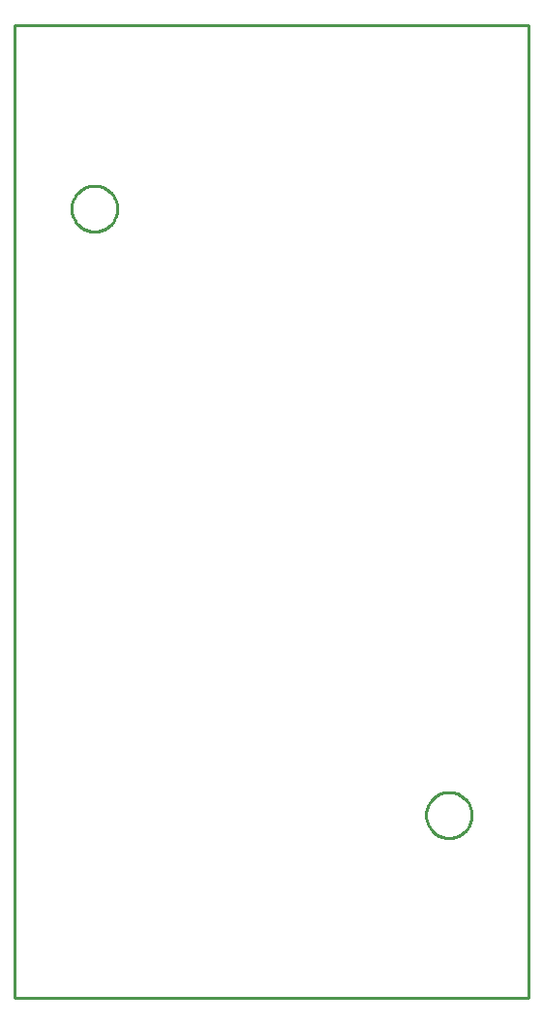
<source format=gko>
%FSDAX24Y24*%
%MOIN*%
%SFA1B1*%

%IPPOS*%
%ADD20C,0.010000*%
%LNde-230724-1*%
%LPD*%
G54D20*
X025748Y016299D02*
D01*
X025746Y016353*
X025740Y016408*
X025730Y016462*
X025717Y016515*
X025700Y016568*
X025679Y016619*
X025655Y016668*
X025628Y016716*
X025597Y016761*
X025563Y016804*
X025527Y016845*
X025487Y016883*
X025445Y016919*
X025401Y016951*
X025354Y016980*
X025305Y017006*
X025255Y017028*
X025204Y017047*
X025151Y017062*
X025097Y017074*
X025043Y017081*
X024988Y017085*
X024933*
X024878Y017081*
X024824Y017074*
X024770Y017062*
X024717Y017047*
X024666Y017028*
X024616Y017006*
X024567Y016980*
X024520Y016951*
X024476Y016919*
X024434Y016883*
X024394Y016845*
X024358Y016804*
X024324Y016761*
X024293Y016716*
X024266Y016668*
X024242Y016619*
X024221Y016568*
X024204Y016515*
X024191Y016462*
X024181Y016408*
X024175Y016353*
X024174Y016299*
X024175Y016244*
X024181Y016189*
X024191Y016135*
X024204Y016082*
X024221Y016029*
X024242Y015978*
X024266Y015929*
X024293Y015881*
X024324Y015836*
X024358Y015793*
X024394Y015752*
X024434Y015714*
X024476Y015678*
X024520Y015646*
X024567Y015617*
X024616Y015591*
X024666Y015569*
X024717Y015550*
X024770Y015535*
X024824Y015523*
X024878Y015516*
X024933Y015512*
X024988*
X025043Y015516*
X025097Y015523*
X025151Y015535*
X025204Y015550*
X025255Y015569*
X025305Y015591*
X025354Y015617*
X025401Y015646*
X025445Y015678*
X025487Y015714*
X025527Y015752*
X025563Y015793*
X025597Y015836*
X025628Y015881*
X025655Y015929*
X025679Y015978*
X025700Y016029*
X025717Y016082*
X025730Y016135*
X025740Y016189*
X025746Y016244*
X025748Y016299*
X013543Y037165D02*
D01*
X013541Y037219*
X013535Y037274*
X013525Y037328*
X013512Y037381*
X013495Y037434*
X013474Y037485*
X013450Y037534*
X013423Y037582*
X013392Y037627*
X013358Y037670*
X013322Y037711*
X013282Y037749*
X013240Y037785*
X013196Y037817*
X013149Y037846*
X013100Y037872*
X013050Y037894*
X012999Y037913*
X012946Y037928*
X012892Y037940*
X012838Y037947*
X012783Y037951*
X012728*
X012673Y037947*
X012619Y037940*
X012565Y037928*
X012512Y037913*
X012461Y037894*
X012411Y037872*
X012362Y037846*
X012315Y037817*
X012271Y037785*
X012229Y037749*
X012189Y037711*
X012153Y037670*
X012119Y037627*
X012088Y037582*
X012061Y037534*
X012037Y037485*
X012016Y037434*
X011999Y037381*
X011986Y037328*
X011976Y037274*
X011970Y037219*
X011969Y037165*
X011970Y037110*
X011976Y037055*
X011986Y037001*
X011999Y036948*
X012016Y036895*
X012037Y036844*
X012061Y036795*
X012088Y036747*
X012119Y036702*
X012153Y036659*
X012189Y036618*
X012229Y036580*
X012271Y036544*
X012315Y036512*
X012362Y036483*
X012411Y036457*
X012461Y036435*
X012512Y036416*
X012565Y036401*
X012619Y036389*
X012673Y036382*
X012728Y036378*
X012783*
X012838Y036382*
X012892Y036389*
X012946Y036401*
X012999Y036416*
X013050Y036435*
X013100Y036457*
X013149Y036483*
X013196Y036512*
X013240Y036544*
X013282Y036580*
X013322Y036618*
X013358Y036659*
X013392Y036702*
X013423Y036747*
X013450Y036795*
X013474Y036844*
X013495Y036895*
X013512Y036948*
X013525Y037001*
X013535Y037055*
X013541Y037110*
X013543Y037165*
X010000Y010000D02*
X027717D01*
Y043465*
X010000D02*
X027717D01*
X010000Y010000D02*
Y043465D01*
M02*
</source>
